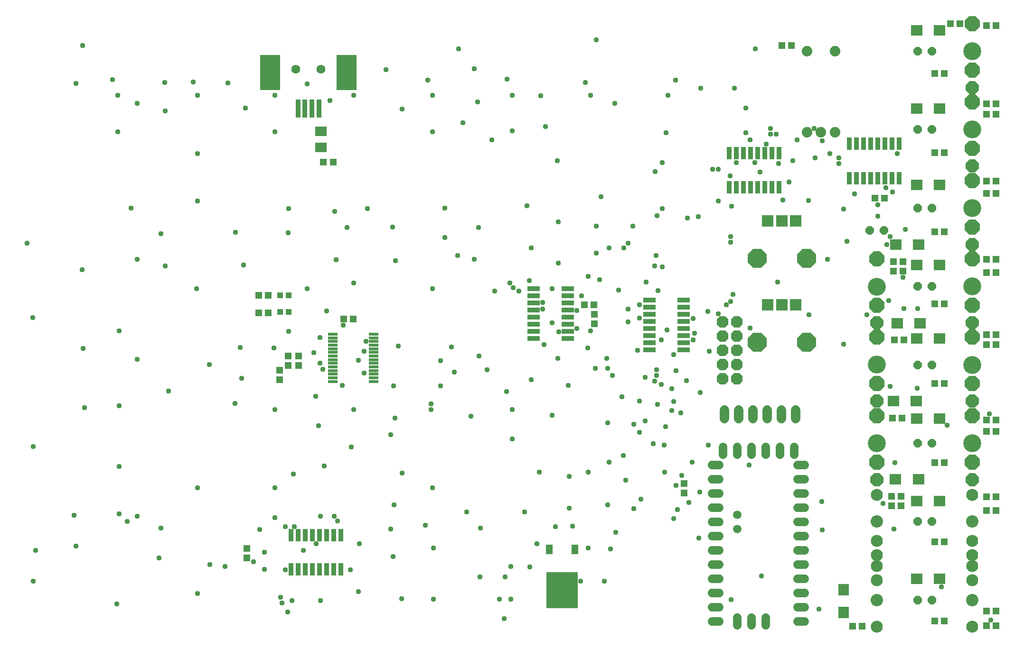
<source format=gbr>
G04 EAGLE Gerber X2 export*
%TF.Part,Single*%
%TF.FileFunction,Soldermask,Bot,1*%
%TF.FilePolarity,Negative*%
%TF.GenerationSoftware,Autodesk,EAGLE,9.1.1*%
%TF.CreationDate,2018-07-20T09:13:18Z*%
G75*
%MOMM*%
%FSLAX34Y34*%
%LPD*%
%AMOC8*
5,1,8,0,0,1.08239X$1,22.5*%
G01*
%ADD10R,1.203200X1.303200*%
%ADD11R,1.303200X1.203200*%
%ADD12R,2.235200X0.863600*%
%ADD13R,0.863600X2.235200*%
%ADD14R,5.603200X6.403200*%
%ADD15R,1.203200X1.803200*%
%ADD16C,1.727200*%
%ADD17C,1.511200*%
%ADD18C,1.511200*%
%ADD19R,3.603200X6.243200*%
%ADD20R,0.903200X3.203200*%
%ADD21C,1.603200*%
%ADD22R,1.703200X0.603200*%
%ADD23R,1.003200X1.003200*%
%ADD24R,2.006200X1.803200*%
%ADD25P,2.254402X8X112.500000*%
%ADD26R,2.082800X2.082800*%
%ADD27P,3.700908X8X292.500000*%
%ADD28C,2.133600*%
%ADD29C,2.203200*%
%ADD30R,2.003200X1.903200*%
%ADD31P,2.969212X8X22.500000*%
%ADD32P,2.584314X8X22.500000*%
%ADD33C,3.203200*%
%ADD34P,1.649562X8X22.500000*%
%ADD35R,1.903200X2.003200*%
%ADD36C,1.879600*%
%ADD37C,0.959600*%


D10*
X501300Y499400D03*
X501300Y482400D03*
X408700Y138700D03*
X408700Y155700D03*
X1028700Y556800D03*
X1028700Y573800D03*
X1188700Y254900D03*
X1188700Y271900D03*
D11*
X545700Y845900D03*
X562700Y845900D03*
D12*
X981534Y619750D03*
X920066Y619750D03*
X981534Y607050D03*
X981534Y594350D03*
X920066Y607050D03*
X920066Y594350D03*
X981534Y581650D03*
X920066Y581650D03*
X981534Y568950D03*
X920066Y568950D03*
X981534Y556250D03*
X981534Y543550D03*
X920066Y556250D03*
X920066Y543550D03*
X981534Y530850D03*
X920066Y530850D03*
D13*
X487850Y179934D03*
X487850Y118466D03*
X500550Y179934D03*
X513250Y179934D03*
X500550Y118466D03*
X513250Y118466D03*
X525950Y179934D03*
X525950Y118466D03*
X538650Y179934D03*
X538650Y118466D03*
X551350Y179934D03*
X564050Y179934D03*
X551350Y118466D03*
X564050Y118466D03*
X576750Y179934D03*
X576750Y118466D03*
D14*
X971000Y81500D03*
D15*
X948200Y154500D03*
X993800Y154500D03*
D16*
X1387600Y388180D02*
X1387600Y403420D01*
X1362200Y403420D02*
X1362200Y388180D01*
X1336800Y388180D02*
X1336800Y403420D01*
X1311400Y403420D02*
X1311400Y388180D01*
X1286000Y388180D02*
X1286000Y403420D01*
X1260600Y403420D02*
X1260600Y388180D01*
D11*
X1011100Y591300D03*
X1028100Y591300D03*
D17*
X1384900Y336740D02*
X1384900Y323660D01*
X1359500Y323660D02*
X1359500Y336740D01*
X1334100Y336740D02*
X1334100Y323660D01*
X1308700Y323660D02*
X1308700Y336740D01*
X1283300Y336740D02*
X1283300Y323660D01*
X1257900Y323660D02*
X1257900Y336740D01*
X1391060Y304800D02*
X1404140Y304800D01*
X1404140Y279400D02*
X1391060Y279400D01*
X1391060Y254000D02*
X1404140Y254000D01*
X1404140Y228600D02*
X1391060Y228600D01*
X1391060Y203200D02*
X1404140Y203200D01*
X1404140Y177800D02*
X1391060Y177800D01*
X1391060Y152400D02*
X1404140Y152400D01*
X1404140Y127000D02*
X1391060Y127000D01*
X1391060Y101600D02*
X1404140Y101600D01*
X1404140Y76200D02*
X1391060Y76200D01*
X1391060Y50800D02*
X1404140Y50800D01*
X1404140Y25400D02*
X1391060Y25400D01*
X1251740Y304800D02*
X1238660Y304800D01*
X1238660Y279400D02*
X1251740Y279400D01*
X1251740Y254000D02*
X1238660Y254000D01*
X1238660Y228600D02*
X1251740Y228600D01*
X1251740Y203200D02*
X1238660Y203200D01*
X1238660Y177800D02*
X1251740Y177800D01*
X1251740Y152400D02*
X1238660Y152400D01*
X1238660Y127000D02*
X1251740Y127000D01*
X1251740Y101600D02*
X1238660Y101600D01*
X1238660Y76200D02*
X1251740Y76200D01*
X1251740Y50800D02*
X1238660Y50800D01*
X1238660Y25400D02*
X1251740Y25400D01*
X1283300Y31940D02*
X1283300Y18860D01*
X1308700Y18860D02*
X1308700Y31940D01*
X1334100Y31940D02*
X1334100Y18860D01*
D18*
X1283300Y215900D03*
X1283300Y190500D03*
D19*
X450900Y1006000D03*
X586900Y1006000D03*
D20*
X500150Y941800D03*
X512650Y941800D03*
X525150Y941800D03*
X537650Y941800D03*
D21*
X496400Y1011800D03*
X541400Y1011800D03*
D22*
X634850Y538650D03*
X634850Y532150D03*
X634850Y525650D03*
X634850Y519150D03*
X634850Y512650D03*
X634850Y506150D03*
X634850Y499650D03*
X634850Y493150D03*
X634850Y486650D03*
X634850Y480150D03*
X634850Y473650D03*
X634850Y467150D03*
X634850Y460650D03*
X634850Y454150D03*
X562350Y454150D03*
X562350Y460650D03*
X562350Y467150D03*
X562350Y473650D03*
X562350Y480150D03*
X562350Y486650D03*
X562350Y493150D03*
X562350Y499650D03*
X562350Y506150D03*
X562350Y512650D03*
X562350Y519150D03*
X562350Y525650D03*
X562350Y532150D03*
X562350Y538650D03*
D23*
X483500Y607900D03*
X468500Y607900D03*
X483500Y578700D03*
X468500Y578700D03*
D10*
X467300Y474200D03*
X467300Y457200D03*
X482900Y499400D03*
X482900Y482400D03*
D11*
X430200Y608300D03*
X447200Y608300D03*
X430200Y576400D03*
X447200Y576400D03*
D24*
X540900Y901020D03*
X540900Y872580D03*
D11*
X581800Y565600D03*
X598800Y565600D03*
D25*
X1257300Y459200D03*
X1282700Y459200D03*
X1257300Y484600D03*
X1282700Y484600D03*
X1257300Y510000D03*
X1282700Y510000D03*
X1257300Y535400D03*
X1282700Y535400D03*
X1257300Y560800D03*
X1282700Y560800D03*
D26*
X1337860Y590960D03*
X1362860Y590960D03*
X1387860Y590960D03*
D27*
X1318860Y523960D03*
X1406860Y523960D03*
D26*
X1337860Y740960D03*
X1362860Y740960D03*
X1387860Y740960D03*
D27*
X1318860Y673960D03*
X1406860Y673960D03*
D28*
X1702860Y169035D03*
X1702860Y251585D03*
X1702860Y143635D03*
D29*
X1702860Y203960D03*
D28*
X1702860Y98885D03*
X1702860Y16335D03*
X1702860Y124285D03*
D29*
X1702860Y63960D03*
D11*
X1744700Y248000D03*
X1727700Y248000D03*
X1744700Y17500D03*
X1727700Y17500D03*
D30*
X1644300Y240200D03*
X1603300Y240200D03*
X1644300Y101300D03*
X1603300Y101300D03*
D31*
X1702860Y450160D03*
X1702860Y533160D03*
D32*
X1702860Y418960D03*
D33*
X1702860Y483960D03*
D31*
X1702860Y310160D03*
X1702860Y393160D03*
D32*
X1702860Y278960D03*
D33*
X1702860Y343960D03*
D11*
X1744700Y537900D03*
X1727700Y537900D03*
X1744700Y385500D03*
X1727700Y385500D03*
D30*
X1644300Y530900D03*
X1603300Y530900D03*
X1644300Y388200D03*
X1603300Y388200D03*
D31*
X1702860Y730160D03*
X1702860Y813160D03*
D32*
X1702860Y698960D03*
D33*
X1702860Y763960D03*
D31*
X1702860Y590160D03*
X1702860Y673160D03*
D32*
X1702860Y558960D03*
D33*
X1702860Y623960D03*
D11*
X1744700Y812100D03*
X1727700Y812100D03*
X1744700Y672400D03*
X1727700Y672400D03*
D30*
X1644300Y805100D03*
X1603300Y805100D03*
X1644300Y662400D03*
X1603300Y662400D03*
D31*
X1702860Y1010160D03*
X1702860Y1093160D03*
D32*
X1702860Y978960D03*
D33*
X1702860Y1043960D03*
D31*
X1702860Y870160D03*
X1702860Y953160D03*
D32*
X1702860Y838960D03*
D33*
X1702860Y903960D03*
D11*
X1663438Y1093022D03*
X1680438Y1093022D03*
X1744700Y949900D03*
X1727700Y949900D03*
D30*
X1644300Y1081500D03*
X1603300Y1081500D03*
X1644300Y941800D03*
X1603300Y941800D03*
D11*
X1727700Y44100D03*
X1744700Y44100D03*
X1727700Y223800D03*
X1744700Y223800D03*
X1727700Y365400D03*
X1744700Y365400D03*
X1727700Y519700D03*
X1744700Y519700D03*
X1727700Y648600D03*
X1744700Y648600D03*
X1727700Y790200D03*
X1744700Y790200D03*
X1727700Y931800D03*
X1744700Y931800D03*
X1727954Y1089656D03*
X1744954Y1089656D03*
D13*
X1572550Y817066D03*
X1572550Y878534D03*
X1559850Y817066D03*
X1547150Y817066D03*
X1559850Y878534D03*
X1547150Y878534D03*
X1534450Y817066D03*
X1534450Y878534D03*
X1521750Y817066D03*
X1521750Y878534D03*
X1509050Y817066D03*
X1496350Y817066D03*
X1509050Y878534D03*
X1496350Y878534D03*
X1483650Y817066D03*
X1483650Y878534D03*
D12*
X1126666Y510250D03*
X1188134Y510250D03*
X1126666Y522950D03*
X1126666Y535650D03*
X1188134Y522950D03*
X1188134Y535650D03*
X1126666Y548350D03*
X1188134Y548350D03*
X1126666Y561050D03*
X1188134Y561050D03*
X1126666Y573750D03*
X1126666Y586450D03*
X1188134Y573750D03*
X1188134Y586450D03*
X1126666Y599150D03*
X1188134Y599150D03*
D34*
X1605160Y623960D03*
X1630560Y623960D03*
X1605160Y763960D03*
X1630560Y763960D03*
X1605160Y903960D03*
X1630560Y903960D03*
X1605160Y1043960D03*
X1630560Y1043960D03*
X1605160Y483960D03*
X1630560Y483960D03*
X1605160Y343960D03*
X1630560Y343960D03*
X1605160Y203960D03*
X1630560Y203960D03*
X1605160Y63960D03*
X1630560Y63960D03*
D11*
X1635700Y26100D03*
X1652700Y26100D03*
X1635700Y167700D03*
X1652700Y167700D03*
X1635700Y309300D03*
X1652700Y309300D03*
X1635700Y450900D03*
X1652700Y450900D03*
X1635700Y592500D03*
X1652700Y592500D03*
X1635700Y721400D03*
X1652700Y721400D03*
X1635700Y863000D03*
X1652700Y863000D03*
X1635700Y1004600D03*
X1652700Y1004600D03*
D28*
X1532840Y98885D03*
X1532840Y16335D03*
X1532840Y124285D03*
D29*
X1532840Y63960D03*
D11*
X1489000Y17400D03*
X1506000Y17400D03*
D35*
X1473300Y82400D03*
X1473300Y41400D03*
D28*
X1532840Y169035D03*
X1532840Y251585D03*
X1532840Y143635D03*
D29*
X1532840Y203960D03*
D31*
X1532840Y310160D03*
X1532840Y393160D03*
D32*
X1532840Y278960D03*
D33*
X1532840Y343960D03*
D11*
X1575500Y249300D03*
X1558500Y249300D03*
X1577400Y389000D03*
X1560400Y389000D03*
D30*
X1606700Y279300D03*
X1565700Y279300D03*
X1561800Y419200D03*
X1602800Y419200D03*
D31*
X1532840Y589860D03*
X1532840Y672860D03*
D32*
X1532840Y558660D03*
D33*
X1532840Y623660D03*
D31*
X1532840Y450460D03*
X1532840Y533460D03*
D32*
X1532840Y419260D03*
D33*
X1532840Y484260D03*
D11*
X1579300Y668400D03*
X1562300Y668400D03*
X1581200Y528700D03*
X1564200Y528700D03*
D30*
X1607000Y698400D03*
X1566000Y698400D03*
X1568900Y558100D03*
X1609900Y558100D03*
D11*
X1558500Y232500D03*
X1575500Y232500D03*
X1562300Y651600D03*
X1579300Y651600D03*
D13*
X1357750Y800666D03*
X1357750Y862134D03*
X1345050Y800666D03*
X1332350Y800666D03*
X1345050Y862134D03*
X1332350Y862134D03*
X1319650Y800666D03*
X1319650Y862134D03*
X1306950Y800666D03*
X1306950Y862134D03*
X1294250Y800666D03*
X1281550Y800666D03*
X1294250Y862134D03*
X1281550Y862134D03*
X1268850Y800666D03*
X1268850Y862134D03*
D34*
X1520140Y723960D03*
X1545540Y723960D03*
D11*
X1546000Y781600D03*
X1529000Y781600D03*
D36*
X1407860Y898960D03*
X1432860Y898960D03*
X1457860Y898960D03*
X1407860Y1043960D03*
X1457860Y1043960D03*
D11*
X1380100Y1054100D03*
X1363100Y1054100D03*
D37*
X1343152Y906272D03*
X1422400Y853440D03*
X737616Y414528D03*
X822960Y499872D03*
X965200Y542544D03*
X953008Y558800D03*
X1272032Y703072D03*
X1089152Y701040D03*
X1089152Y583184D03*
X1276350Y609600D03*
X1581150Y584200D03*
X1479550Y704850D03*
X1473200Y520700D03*
X959358Y194818D03*
X989838Y195580D03*
X685800Y290830D03*
X608330Y79248D03*
X1429004Y47244D03*
X1327150Y106680D03*
X1272286Y64516D03*
X1216406Y256794D03*
X916178Y457708D03*
X837692Y475234D03*
X851154Y615950D03*
X964184Y665480D03*
X962914Y848614D03*
X1444498Y672338D03*
X1434846Y883920D03*
X477774Y194564D03*
X1514856Y573278D03*
X1605026Y584454D03*
X1604772Y441706D03*
X1218438Y978408D03*
X1278636Y978408D03*
X1012444Y988568D03*
X941324Y909320D03*
X845566Y885444D03*
X872744Y994156D03*
X814832Y1012444D03*
X932942Y964438D03*
X731520Y992378D03*
X656844Y1011428D03*
X516636Y985266D03*
X375158Y987298D03*
X313436Y989076D03*
X262128Y988060D03*
X169672Y993648D03*
X115824Y1054100D03*
X255524Y717804D03*
X388620Y720852D03*
X482854Y720090D03*
X669290Y730250D03*
X821944Y729234D03*
X678688Y517398D03*
X670814Y446024D03*
X673354Y388366D03*
X665480Y359156D03*
X808990Y392430D03*
X537210Y375158D03*
X531876Y427990D03*
X388112Y415290D03*
X399542Y459994D03*
X269240Y437134D03*
X119634Y407162D03*
X28194Y97790D03*
X32004Y152654D03*
X104394Y159766D03*
X252476Y138684D03*
X255778Y192532D03*
X100838Y215392D03*
X343154Y126746D03*
X670052Y141478D03*
X665226Y190246D03*
X825246Y192278D03*
X824484Y104902D03*
X1411224Y573024D03*
X1382268Y848614D03*
X1055116Y309880D03*
X1084834Y277622D03*
X1098804Y226822D03*
X1057656Y154940D03*
X1154430Y292608D03*
X1017270Y514350D03*
X1270508Y821690D03*
X1194562Y746252D03*
X1214120Y748538D03*
X1109472Y419608D03*
X1141730Y413512D03*
X1031748Y683260D03*
X872490Y435864D03*
X754634Y491490D03*
X565658Y757936D03*
X483108Y762762D03*
X623824Y763016D03*
X761746Y763778D03*
X202692Y763524D03*
X17018Y701548D03*
X26924Y568198D03*
X342392Y484632D03*
X540512Y62738D03*
X684784Y66294D03*
X913892Y123190D03*
X1435100Y189230D03*
X1563116Y190754D03*
X1556004Y445770D03*
X1553718Y598678D03*
X1582928Y725678D03*
X1324610Y828294D03*
X1365250Y778256D03*
X1071626Y617474D03*
X981964Y446786D03*
X964184Y739394D03*
X1193038Y455422D03*
X440690Y118618D03*
X439928Y148844D03*
X491998Y289052D03*
X483616Y544068D03*
X1315974Y1048258D03*
X820166Y953262D03*
X685800Y941070D03*
X556768Y955802D03*
X406146Y942086D03*
X263398Y937768D03*
X104140Y986790D03*
X115316Y653542D03*
X263398Y660400D03*
X402844Y662178D03*
X567944Y671576D03*
X673862Y669798D03*
X784860Y679450D03*
X1140460Y750570D03*
X1273556Y767080D03*
X1410970Y777240D03*
X1355344Y631698D03*
X1142492Y616204D03*
X1215136Y174752D03*
X671830Y233934D03*
X547370Y303276D03*
X397256Y514604D03*
X117094Y513334D03*
X754634Y446532D03*
X1078230Y426974D03*
X1080516Y322072D03*
X1112012Y243586D03*
X1231646Y340106D03*
X1133602Y343408D03*
X1202944Y310388D03*
X1155700Y373126D03*
X1184148Y286004D03*
X1109218Y567690D03*
X1121156Y631698D03*
X1138936Y679450D03*
X1150112Y659130D03*
X1137158Y828802D03*
X1173734Y992378D03*
X1493012Y789178D03*
X1390396Y885698D03*
X762254Y710946D03*
X550926Y579882D03*
X28194Y338074D03*
X869442Y104902D03*
X432054Y189484D03*
X779018Y470662D03*
X1306830Y549656D03*
X528574Y505968D03*
X544322Y475996D03*
X539750Y532892D03*
X607568Y491744D03*
X195580Y204216D03*
X1448816Y861568D03*
X1568704Y861568D03*
X477520Y117856D03*
X593344Y117856D03*
X1066800Y184912D03*
X1119632Y384048D03*
X953008Y619760D03*
X1089152Y560832D03*
X1119632Y461264D03*
X1357376Y843280D03*
X1272032Y713232D03*
X1038352Y636016D03*
X1434592Y239776D03*
X617728Y508000D03*
X539750Y486918D03*
X1174496Y268224D03*
X1170432Y209296D03*
X1148080Y449072D03*
X1109472Y591312D03*
X1135888Y660400D03*
X1150112Y845312D03*
X1150112Y762762D03*
X1160272Y965200D03*
X1156208Y898144D03*
X1298448Y942848D03*
X1148080Y528320D03*
X1170432Y418592D03*
X471424Y58928D03*
X469392Y69088D03*
X178816Y965200D03*
X178816Y900176D03*
X180848Y217424D03*
X180848Y302768D03*
X180848Y410464D03*
X180848Y544576D03*
X176784Y56896D03*
X420624Y132080D03*
X321056Y75184D03*
X369824Y123952D03*
X321056Y264160D03*
X321056Y776224D03*
X321056Y861568D03*
X321056Y965200D03*
X319024Y619760D03*
X459232Y965200D03*
X459232Y900176D03*
X510032Y152400D03*
X489712Y62992D03*
X459232Y264160D03*
X459232Y211328D03*
X459232Y404368D03*
X457200Y514096D03*
X599440Y629920D03*
X587248Y729488D03*
X599440Y965200D03*
X493776Y195072D03*
X481584Y42672D03*
X599440Y404368D03*
X595376Y337312D03*
X621792Y526288D03*
X739648Y965200D03*
X739648Y900176D03*
X540512Y213360D03*
X564896Y213360D03*
X727456Y197104D03*
X741680Y65024D03*
X741680Y156464D03*
X739648Y264160D03*
X737616Y404368D03*
X739648Y619760D03*
X881888Y965200D03*
X881888Y902208D03*
X894080Y615696D03*
X867664Y30480D03*
X879856Y123952D03*
X879856Y65024D03*
X881888Y404368D03*
X881888Y351536D03*
X532384Y164592D03*
X609600Y164592D03*
X926592Y164592D03*
X859536Y65024D03*
X1032256Y731520D03*
X1097280Y731520D03*
X1022096Y965200D03*
X1030224Y477520D03*
X1052576Y477520D03*
X983488Y284480D03*
X936752Y583184D03*
X883920Y621792D03*
X786384Y1048512D03*
X1032256Y1064768D03*
X936752Y595376D03*
X877824Y629920D03*
X794512Y916432D03*
X1064768Y950976D03*
X908304Y768096D03*
X1040384Y784352D03*
X912368Y633984D03*
X1018032Y642112D03*
X938784Y520192D03*
X1050544Y495808D03*
X963168Y495808D03*
X774192Y516128D03*
X579120Y447040D03*
X617728Y469392D03*
X953008Y394208D03*
X1052576Y379984D03*
X1005840Y607568D03*
X1022096Y544576D03*
X1099312Y377952D03*
X983488Y227584D03*
X1052576Y233680D03*
X800608Y221488D03*
X904240Y221488D03*
X570992Y205232D03*
X997712Y581152D03*
X997712Y548640D03*
X1109472Y363728D03*
X1046480Y97536D03*
X1003808Y97536D03*
X1239520Y833120D03*
X1282192Y845312D03*
X1231392Y579120D03*
X1353312Y896112D03*
X1335024Y877824D03*
X1233424Y508000D03*
X1060704Y465328D03*
X1105408Y510032D03*
X1306576Y885952D03*
X1263904Y591312D03*
X1298448Y898144D03*
X1420368Y906272D03*
X814832Y672592D03*
X916432Y692912D03*
X1054608Y692912D03*
X1081024Y692912D03*
X1304544Y304800D03*
X1272032Y597408D03*
X1018032Y156464D03*
X213360Y672592D03*
X213360Y493776D03*
X213360Y950976D03*
X213360Y213360D03*
X930656Y292608D03*
X1018032Y292608D03*
X1152906Y340868D03*
X581152Y554736D03*
X516128Y619760D03*
X1735328Y28448D03*
X1647952Y87376D03*
X1733296Y396240D03*
X1658112Y375920D03*
X1534160Y749808D03*
X1560576Y792480D03*
X1556512Y713232D03*
X1473200Y762000D03*
X1548384Y800608D03*
X1375664Y810768D03*
X1249680Y575056D03*
X1249680Y776224D03*
X1249680Y833120D03*
X1207008Y540512D03*
X1204976Y528320D03*
X1204976Y566928D03*
X1139952Y475488D03*
X1135888Y455168D03*
X1166368Y440944D03*
X1217168Y434848D03*
X1139952Y465328D03*
X1182624Y398272D03*
X1196848Y237744D03*
X1158240Y546608D03*
X1170432Y501904D03*
X1174496Y473456D03*
X1166368Y402336D03*
X1176528Y225552D03*
X1550416Y699008D03*
X1564640Y308864D03*
X1465072Y843280D03*
X1534160Y770128D03*
X1578864Y640080D03*
X1314704Y845312D03*
X1343152Y896112D03*
X1465072Y853440D03*
X1543304Y236728D03*
M02*

</source>
